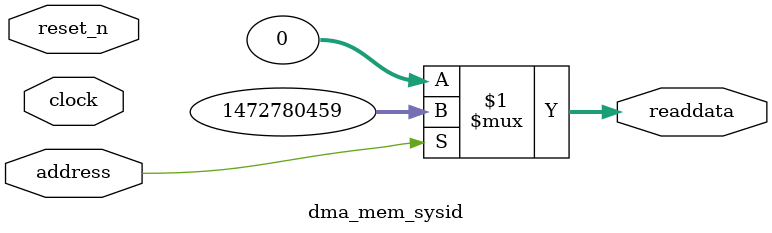
<source format=v>

`timescale 1ns / 1ps
// synthesis translate_on

// turn off superfluous verilog processor warnings 
// altera message_level Level1 
// altera message_off 10034 10035 10036 10037 10230 10240 10030 

module dma_mem_sysid (
               // inputs:
                address,
                clock,
                reset_n,

               // outputs:
                readdata
             )
;

  output  [ 31: 0] readdata;
  input            address;
  input            clock;
  input            reset_n;

  wire    [ 31: 0] readdata;
  //control_slave, which is an e_avalon_slave
  assign readdata = address ? 1472780459 : 0;

endmodule




</source>
